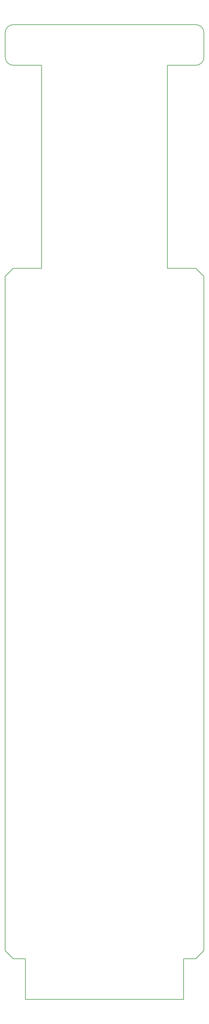
<source format=gm1>
G04 Layer_Color=16711935*
%FSLAX25Y25*%
%MOIN*%
G70*
G01*
G75*
%ADD24C,0.00600*%
D24*
X112500Y1150000D02*
G03*
X122500Y1160000I0J10000D01*
G01*
Y1190000D02*
G03*
X112500Y1200000I-10000J0D01*
G01*
X-112500D02*
G03*
X-122500Y1190000I0J-10000D01*
G01*
Y1160000D02*
G03*
X-112500Y1150000I10000J0D01*
G01*
X77500Y900000D02*
Y1150000D01*
X-77500Y900000D02*
Y1150000D01*
X122500Y1160000D02*
Y1190000D01*
X-122500Y1160000D02*
Y1190000D01*
X-112500Y1150000D02*
X-77500D01*
X77500D02*
X112500D01*
X-112500Y1200000D02*
X112500D01*
X-122500Y890000D02*
X-112500Y900000D01*
X-122500Y60000D02*
Y890000D01*
X112500Y900000D02*
X122500Y890000D01*
Y60000D02*
Y890000D01*
X97500Y50000D02*
X112500D01*
X97500Y0D02*
Y50000D01*
X112500D02*
X122500Y60000D01*
X-122500D02*
X-112500Y50000D01*
X-97500Y0D02*
Y50000D01*
X-112500D02*
X-97500D01*
Y0D02*
X97500D01*
X77500Y900000D02*
X112500D01*
X-112500D02*
X-77500D01*
M02*

</source>
